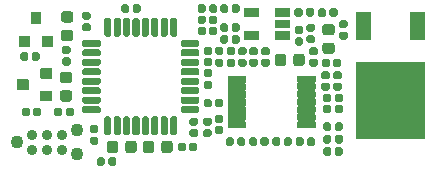
<source format=gts>
G04 #@! TF.GenerationSoftware,KiCad,Pcbnew,(5.99.0-9294-gd3cf97847e)*
G04 #@! TF.CreationDate,2021-03-08T12:58:25+02:00*
G04 #@! TF.ProjectId,hellen1-wbo,68656c6c-656e-4312-9d77-626f2e6b6963,rev?*
G04 #@! TF.SameCoordinates,Original*
G04 #@! TF.FileFunction,Soldermask,Top*
G04 #@! TF.FilePolarity,Negative*
%FSLAX46Y46*%
G04 Gerber Fmt 4.6, Leading zero omitted, Abs format (unit mm)*
G04 Created by KiCad (PCBNEW (5.99.0-9294-gd3cf97847e)) date 2021-03-08 12:58:25*
%MOMM*%
%LPD*%
G01*
G04 APERTURE LIST*
%ADD10C,1.088600*%
%ADD11C,0.885400*%
G04 APERTURE END LIST*
G04 #@! TO.C,C612*
G36*
G01*
X95147000Y-85879000D02*
X94753000Y-85879000D01*
G75*
G02*
X94581000Y-85707000I0J172000D01*
G01*
X94581000Y-85363000D01*
G75*
G02*
X94753000Y-85191000I172000J0D01*
G01*
X95147000Y-85191000D01*
G75*
G02*
X95319000Y-85363000I0J-172000D01*
G01*
X95319000Y-85707000D01*
G75*
G02*
X95147000Y-85879000I-172000J0D01*
G01*
G37*
G36*
G01*
X95147000Y-84909000D02*
X94753000Y-84909000D01*
G75*
G02*
X94581000Y-84737000I0J172000D01*
G01*
X94581000Y-84393000D01*
G75*
G02*
X94753000Y-84221000I172000J0D01*
G01*
X95147000Y-84221000D01*
G75*
G02*
X95319000Y-84393000I0J-172000D01*
G01*
X95319000Y-84737000D01*
G75*
G02*
X95147000Y-84909000I-172000J0D01*
G01*
G37*
G04 #@! TD*
G04 #@! TO.C,C605*
G36*
G01*
X104016500Y-92068500D02*
X104016500Y-92462500D01*
G75*
G02*
X103844500Y-92634500I-172000J0D01*
G01*
X103500500Y-92634500D01*
G75*
G02*
X103328500Y-92462500I0J172000D01*
G01*
X103328500Y-92068500D01*
G75*
G02*
X103500500Y-91896500I172000J0D01*
G01*
X103844500Y-91896500D01*
G75*
G02*
X104016500Y-92068500I0J-172000D01*
G01*
G37*
G36*
G01*
X103046500Y-92068500D02*
X103046500Y-92462500D01*
G75*
G02*
X102874500Y-92634500I-172000J0D01*
G01*
X102530500Y-92634500D01*
G75*
G02*
X102358500Y-92462500I0J172000D01*
G01*
X102358500Y-92068500D01*
G75*
G02*
X102530500Y-91896500I172000J0D01*
G01*
X102874500Y-91896500D01*
G75*
G02*
X103046500Y-92068500I0J-172000D01*
G01*
G37*
G04 #@! TD*
G04 #@! TO.C,C607*
G36*
G01*
X104581000Y-85795000D02*
X104581000Y-85401000D01*
G75*
G02*
X104753000Y-85229000I172000J0D01*
G01*
X105097000Y-85229000D01*
G75*
G02*
X105269000Y-85401000I0J-172000D01*
G01*
X105269000Y-85795000D01*
G75*
G02*
X105097000Y-85967000I-172000J0D01*
G01*
X104753000Y-85967000D01*
G75*
G02*
X104581000Y-85795000I0J172000D01*
G01*
G37*
G36*
G01*
X105551000Y-85795000D02*
X105551000Y-85401000D01*
G75*
G02*
X105723000Y-85229000I172000J0D01*
G01*
X106067000Y-85229000D01*
G75*
G02*
X106239000Y-85401000I0J-172000D01*
G01*
X106239000Y-85795000D01*
G75*
G02*
X106067000Y-85967000I-172000J0D01*
G01*
X105723000Y-85967000D01*
G75*
G02*
X105551000Y-85795000I0J172000D01*
G01*
G37*
G04 #@! TD*
G04 #@! TO.C,C613*
G36*
G01*
X79175000Y-89956000D02*
X79175000Y-89562000D01*
G75*
G02*
X79347000Y-89390000I172000J0D01*
G01*
X79691000Y-89390000D01*
G75*
G02*
X79863000Y-89562000I0J-172000D01*
G01*
X79863000Y-89956000D01*
G75*
G02*
X79691000Y-90128000I-172000J0D01*
G01*
X79347000Y-90128000D01*
G75*
G02*
X79175000Y-89956000I0J172000D01*
G01*
G37*
G36*
G01*
X80145000Y-89956000D02*
X80145000Y-89562000D01*
G75*
G02*
X80317000Y-89390000I172000J0D01*
G01*
X80661000Y-89390000D01*
G75*
G02*
X80833000Y-89562000I0J-172000D01*
G01*
X80833000Y-89956000D01*
G75*
G02*
X80661000Y-90128000I-172000J0D01*
G01*
X80317000Y-90128000D01*
G75*
G02*
X80145000Y-89956000I0J172000D01*
G01*
G37*
G04 #@! TD*
G04 #@! TO.C,C616*
G36*
G01*
X82644250Y-86326000D02*
X83205750Y-86326000D01*
G75*
G02*
X83449000Y-86569250I0J-243250D01*
G01*
X83449000Y-87055750D01*
G75*
G02*
X83205750Y-87299000I-243250J0D01*
G01*
X82644250Y-87299000D01*
G75*
G02*
X82401000Y-87055750I0J243250D01*
G01*
X82401000Y-86569250D01*
G75*
G02*
X82644250Y-86326000I243250J0D01*
G01*
G37*
G36*
G01*
X82644250Y-87901000D02*
X83205750Y-87901000D01*
G75*
G02*
X83449000Y-88144250I0J-243250D01*
G01*
X83449000Y-88630750D01*
G75*
G02*
X83205750Y-88874000I-243250J0D01*
G01*
X82644250Y-88874000D01*
G75*
G02*
X82401000Y-88630750I0J243250D01*
G01*
X82401000Y-88144250D01*
G75*
G02*
X82644250Y-87901000I243250J0D01*
G01*
G37*
G04 #@! TD*
G04 #@! TO.C,R609*
G36*
G01*
X100580000Y-85624750D02*
X100580000Y-85063250D01*
G75*
G02*
X100823250Y-84820000I243250J0D01*
G01*
X101309750Y-84820000D01*
G75*
G02*
X101553000Y-85063250I0J-243250D01*
G01*
X101553000Y-85624750D01*
G75*
G02*
X101309750Y-85868000I-243250J0D01*
G01*
X100823250Y-85868000D01*
G75*
G02*
X100580000Y-85624750I0J243250D01*
G01*
G37*
G36*
G01*
X102155000Y-85624750D02*
X102155000Y-85063250D01*
G75*
G02*
X102398250Y-84820000I243250J0D01*
G01*
X102884750Y-84820000D01*
G75*
G02*
X103128000Y-85063250I0J-243250D01*
G01*
X103128000Y-85624750D01*
G75*
G02*
X102884750Y-85868000I-243250J0D01*
G01*
X102398250Y-85868000D01*
G75*
G02*
X102155000Y-85624750I0J243250D01*
G01*
G37*
G04 #@! TD*
G04 #@! TO.C,R607*
G36*
G01*
X102048000Y-92068500D02*
X102048000Y-92462500D01*
G75*
G02*
X101876000Y-92634500I-172000J0D01*
G01*
X101532000Y-92634500D01*
G75*
G02*
X101360000Y-92462500I0J172000D01*
G01*
X101360000Y-92068500D01*
G75*
G02*
X101532000Y-91896500I172000J0D01*
G01*
X101876000Y-91896500D01*
G75*
G02*
X102048000Y-92068500I0J-172000D01*
G01*
G37*
G36*
G01*
X101078000Y-92068500D02*
X101078000Y-92462500D01*
G75*
G02*
X100906000Y-92634500I-172000J0D01*
G01*
X100562000Y-92634500D01*
G75*
G02*
X100390000Y-92462500I0J172000D01*
G01*
X100390000Y-92068500D01*
G75*
G02*
X100562000Y-91896500I172000J0D01*
G01*
X100906000Y-91896500D01*
G75*
G02*
X101078000Y-92068500I0J-172000D01*
G01*
G37*
G04 #@! TD*
G04 #@! TO.C,R601*
G36*
G01*
X105099000Y-87951000D02*
X104705000Y-87951000D01*
G75*
G02*
X104533000Y-87779000I0J172000D01*
G01*
X104533000Y-87435000D01*
G75*
G02*
X104705000Y-87263000I172000J0D01*
G01*
X105099000Y-87263000D01*
G75*
G02*
X105271000Y-87435000I0J-172000D01*
G01*
X105271000Y-87779000D01*
G75*
G02*
X105099000Y-87951000I-172000J0D01*
G01*
G37*
G36*
G01*
X105099000Y-86981000D02*
X104705000Y-86981000D01*
G75*
G02*
X104533000Y-86809000I0J172000D01*
G01*
X104533000Y-86465000D01*
G75*
G02*
X104705000Y-86293000I172000J0D01*
G01*
X105099000Y-86293000D01*
G75*
G02*
X105271000Y-86465000I0J-172000D01*
G01*
X105271000Y-86809000D01*
G75*
G02*
X105099000Y-86981000I-172000J0D01*
G01*
G37*
G04 #@! TD*
G04 #@! TO.C,R614*
G36*
G01*
X103453000Y-82271000D02*
X103847000Y-82271000D01*
G75*
G02*
X104019000Y-82443000I0J-172000D01*
G01*
X104019000Y-82787000D01*
G75*
G02*
X103847000Y-82959000I-172000J0D01*
G01*
X103453000Y-82959000D01*
G75*
G02*
X103281000Y-82787000I0J172000D01*
G01*
X103281000Y-82443000D01*
G75*
G02*
X103453000Y-82271000I172000J0D01*
G01*
G37*
G36*
G01*
X103453000Y-83241000D02*
X103847000Y-83241000D01*
G75*
G02*
X104019000Y-83413000I0J-172000D01*
G01*
X104019000Y-83757000D01*
G75*
G02*
X103847000Y-83929000I-172000J0D01*
G01*
X103453000Y-83929000D01*
G75*
G02*
X103281000Y-83757000I0J172000D01*
G01*
X103281000Y-83413000D01*
G75*
G02*
X103453000Y-83241000I172000J0D01*
G01*
G37*
G04 #@! TD*
G04 #@! TO.C,R615*
G36*
G01*
X102271000Y-81497000D02*
X102271000Y-81103000D01*
G75*
G02*
X102443000Y-80931000I172000J0D01*
G01*
X102787000Y-80931000D01*
G75*
G02*
X102959000Y-81103000I0J-172000D01*
G01*
X102959000Y-81497000D01*
G75*
G02*
X102787000Y-81669000I-172000J0D01*
G01*
X102443000Y-81669000D01*
G75*
G02*
X102271000Y-81497000I0J172000D01*
G01*
G37*
G36*
G01*
X103241000Y-81497000D02*
X103241000Y-81103000D01*
G75*
G02*
X103413000Y-80931000I172000J0D01*
G01*
X103757000Y-80931000D01*
G75*
G02*
X103929000Y-81103000I0J-172000D01*
G01*
X103929000Y-81497000D01*
G75*
G02*
X103757000Y-81669000I-172000J0D01*
G01*
X103413000Y-81669000D01*
G75*
G02*
X103241000Y-81497000I0J172000D01*
G01*
G37*
G04 #@! TD*
G04 #@! TO.C,R621*
G36*
G01*
X95971000Y-81197000D02*
X95971000Y-80803000D01*
G75*
G02*
X96143000Y-80631000I172000J0D01*
G01*
X96487000Y-80631000D01*
G75*
G02*
X96659000Y-80803000I0J-172000D01*
G01*
X96659000Y-81197000D01*
G75*
G02*
X96487000Y-81369000I-172000J0D01*
G01*
X96143000Y-81369000D01*
G75*
G02*
X95971000Y-81197000I0J172000D01*
G01*
G37*
G36*
G01*
X96941000Y-81197000D02*
X96941000Y-80803000D01*
G75*
G02*
X97113000Y-80631000I172000J0D01*
G01*
X97457000Y-80631000D01*
G75*
G02*
X97629000Y-80803000I0J-172000D01*
G01*
X97629000Y-81197000D01*
G75*
G02*
X97457000Y-81369000I-172000J0D01*
G01*
X97113000Y-81369000D01*
G75*
G02*
X96941000Y-81197000I0J172000D01*
G01*
G37*
G04 #@! TD*
G04 #@! TO.C,R619*
G36*
G01*
X100079500Y-92068500D02*
X100079500Y-92462500D01*
G75*
G02*
X99907500Y-92634500I-172000J0D01*
G01*
X99563500Y-92634500D01*
G75*
G02*
X99391500Y-92462500I0J172000D01*
G01*
X99391500Y-92068500D01*
G75*
G02*
X99563500Y-91896500I172000J0D01*
G01*
X99907500Y-91896500D01*
G75*
G02*
X100079500Y-92068500I0J-172000D01*
G01*
G37*
G36*
G01*
X99109500Y-92068500D02*
X99109500Y-92462500D01*
G75*
G02*
X98937500Y-92634500I-172000J0D01*
G01*
X98593500Y-92634500D01*
G75*
G02*
X98421500Y-92462500I0J172000D01*
G01*
X98421500Y-92068500D01*
G75*
G02*
X98593500Y-91896500I172000J0D01*
G01*
X98937500Y-91896500D01*
G75*
G02*
X99109500Y-92068500I0J-172000D01*
G01*
G37*
G04 #@! TD*
G04 #@! TO.C,R620*
G36*
G01*
X98111000Y-92068500D02*
X98111000Y-92462500D01*
G75*
G02*
X97939000Y-92634500I-172000J0D01*
G01*
X97595000Y-92634500D01*
G75*
G02*
X97423000Y-92462500I0J172000D01*
G01*
X97423000Y-92068500D01*
G75*
G02*
X97595000Y-91896500I172000J0D01*
G01*
X97939000Y-91896500D01*
G75*
G02*
X98111000Y-92068500I0J-172000D01*
G01*
G37*
G36*
G01*
X97141000Y-92068500D02*
X97141000Y-92462500D01*
G75*
G02*
X96969000Y-92634500I-172000J0D01*
G01*
X96625000Y-92634500D01*
G75*
G02*
X96453000Y-92462500I0J172000D01*
G01*
X96453000Y-92068500D01*
G75*
G02*
X96625000Y-91896500I172000J0D01*
G01*
X96969000Y-91896500D01*
G75*
G02*
X97141000Y-92068500I0J-172000D01*
G01*
G37*
G04 #@! TD*
G04 #@! TO.C,R606*
G36*
G01*
X104083000Y-85919000D02*
X103689000Y-85919000D01*
G75*
G02*
X103517000Y-85747000I0J172000D01*
G01*
X103517000Y-85403000D01*
G75*
G02*
X103689000Y-85231000I172000J0D01*
G01*
X104083000Y-85231000D01*
G75*
G02*
X104255000Y-85403000I0J-172000D01*
G01*
X104255000Y-85747000D01*
G75*
G02*
X104083000Y-85919000I-172000J0D01*
G01*
G37*
G36*
G01*
X104083000Y-84949000D02*
X103689000Y-84949000D01*
G75*
G02*
X103517000Y-84777000I0J172000D01*
G01*
X103517000Y-84433000D01*
G75*
G02*
X103689000Y-84261000I172000J0D01*
G01*
X104083000Y-84261000D01*
G75*
G02*
X104255000Y-84433000I0J-172000D01*
G01*
X104255000Y-84777000D01*
G75*
G02*
X104083000Y-84949000I-172000J0D01*
G01*
G37*
G04 #@! TD*
G04 #@! TO.C,U604*
G36*
G01*
X81757000Y-87997600D02*
X81757000Y-88797600D01*
G75*
G02*
X81708000Y-88846600I-49000J0D01*
G01*
X80808000Y-88846600D01*
G75*
G02*
X80759000Y-88797600I0J49000D01*
G01*
X80759000Y-87997600D01*
G75*
G02*
X80808000Y-87948600I49000J0D01*
G01*
X81708000Y-87948600D01*
G75*
G02*
X81757000Y-87997600I0J-49000D01*
G01*
G37*
G36*
G01*
X81757000Y-86097600D02*
X81757000Y-86897600D01*
G75*
G02*
X81708000Y-86946600I-49000J0D01*
G01*
X80808000Y-86946600D01*
G75*
G02*
X80759000Y-86897600I0J49000D01*
G01*
X80759000Y-86097600D01*
G75*
G02*
X80808000Y-86048600I49000J0D01*
G01*
X81708000Y-86048600D01*
G75*
G02*
X81757000Y-86097600I0J-49000D01*
G01*
G37*
G36*
G01*
X79757000Y-87047600D02*
X79757000Y-87847600D01*
G75*
G02*
X79708000Y-87896600I-49000J0D01*
G01*
X78808000Y-87896600D01*
G75*
G02*
X78759000Y-87847600I0J49000D01*
G01*
X78759000Y-87047600D01*
G75*
G02*
X78808000Y-86998600I49000J0D01*
G01*
X79708000Y-86998600D01*
G75*
G02*
X79757000Y-87047600I0J-49000D01*
G01*
G37*
G04 #@! TD*
G04 #@! TO.C,U600*
G36*
G01*
X96606000Y-87175000D02*
X96606000Y-86725000D01*
G75*
G02*
X96655000Y-86676000I49000J0D01*
G01*
X98105000Y-86676000D01*
G75*
G02*
X98154000Y-86725000I0J-49000D01*
G01*
X98154000Y-87175000D01*
G75*
G02*
X98105000Y-87224000I-49000J0D01*
G01*
X96655000Y-87224000D01*
G75*
G02*
X96606000Y-87175000I0J49000D01*
G01*
G37*
G36*
G01*
X96606000Y-87825000D02*
X96606000Y-87375000D01*
G75*
G02*
X96655000Y-87326000I49000J0D01*
G01*
X98105000Y-87326000D01*
G75*
G02*
X98154000Y-87375000I0J-49000D01*
G01*
X98154000Y-87825000D01*
G75*
G02*
X98105000Y-87874000I-49000J0D01*
G01*
X96655000Y-87874000D01*
G75*
G02*
X96606000Y-87825000I0J49000D01*
G01*
G37*
G36*
G01*
X96606000Y-88475000D02*
X96606000Y-88025000D01*
G75*
G02*
X96655000Y-87976000I49000J0D01*
G01*
X98105000Y-87976000D01*
G75*
G02*
X98154000Y-88025000I0J-49000D01*
G01*
X98154000Y-88475000D01*
G75*
G02*
X98105000Y-88524000I-49000J0D01*
G01*
X96655000Y-88524000D01*
G75*
G02*
X96606000Y-88475000I0J49000D01*
G01*
G37*
G36*
G01*
X96606000Y-89125000D02*
X96606000Y-88675000D01*
G75*
G02*
X96655000Y-88626000I49000J0D01*
G01*
X98105000Y-88626000D01*
G75*
G02*
X98154000Y-88675000I0J-49000D01*
G01*
X98154000Y-89125000D01*
G75*
G02*
X98105000Y-89174000I-49000J0D01*
G01*
X96655000Y-89174000D01*
G75*
G02*
X96606000Y-89125000I0J49000D01*
G01*
G37*
G36*
G01*
X96606000Y-89775000D02*
X96606000Y-89325000D01*
G75*
G02*
X96655000Y-89276000I49000J0D01*
G01*
X98105000Y-89276000D01*
G75*
G02*
X98154000Y-89325000I0J-49000D01*
G01*
X98154000Y-89775000D01*
G75*
G02*
X98105000Y-89824000I-49000J0D01*
G01*
X96655000Y-89824000D01*
G75*
G02*
X96606000Y-89775000I0J49000D01*
G01*
G37*
G36*
G01*
X96606000Y-90425000D02*
X96606000Y-89975000D01*
G75*
G02*
X96655000Y-89926000I49000J0D01*
G01*
X98105000Y-89926000D01*
G75*
G02*
X98154000Y-89975000I0J-49000D01*
G01*
X98154000Y-90425000D01*
G75*
G02*
X98105000Y-90474000I-49000J0D01*
G01*
X96655000Y-90474000D01*
G75*
G02*
X96606000Y-90425000I0J49000D01*
G01*
G37*
G36*
G01*
X96606000Y-91075000D02*
X96606000Y-90625000D01*
G75*
G02*
X96655000Y-90576000I49000J0D01*
G01*
X98105000Y-90576000D01*
G75*
G02*
X98154000Y-90625000I0J-49000D01*
G01*
X98154000Y-91075000D01*
G75*
G02*
X98105000Y-91124000I-49000J0D01*
G01*
X96655000Y-91124000D01*
G75*
G02*
X96606000Y-91075000I0J49000D01*
G01*
G37*
G36*
G01*
X102506000Y-91075000D02*
X102506000Y-90625000D01*
G75*
G02*
X102555000Y-90576000I49000J0D01*
G01*
X104005000Y-90576000D01*
G75*
G02*
X104054000Y-90625000I0J-49000D01*
G01*
X104054000Y-91075000D01*
G75*
G02*
X104005000Y-91124000I-49000J0D01*
G01*
X102555000Y-91124000D01*
G75*
G02*
X102506000Y-91075000I0J49000D01*
G01*
G37*
G36*
G01*
X102506000Y-90425000D02*
X102506000Y-89975000D01*
G75*
G02*
X102555000Y-89926000I49000J0D01*
G01*
X104005000Y-89926000D01*
G75*
G02*
X104054000Y-89975000I0J-49000D01*
G01*
X104054000Y-90425000D01*
G75*
G02*
X104005000Y-90474000I-49000J0D01*
G01*
X102555000Y-90474000D01*
G75*
G02*
X102506000Y-90425000I0J49000D01*
G01*
G37*
G36*
G01*
X102506000Y-89775000D02*
X102506000Y-89325000D01*
G75*
G02*
X102555000Y-89276000I49000J0D01*
G01*
X104005000Y-89276000D01*
G75*
G02*
X104054000Y-89325000I0J-49000D01*
G01*
X104054000Y-89775000D01*
G75*
G02*
X104005000Y-89824000I-49000J0D01*
G01*
X102555000Y-89824000D01*
G75*
G02*
X102506000Y-89775000I0J49000D01*
G01*
G37*
G36*
G01*
X102506000Y-89125000D02*
X102506000Y-88675000D01*
G75*
G02*
X102555000Y-88626000I49000J0D01*
G01*
X104005000Y-88626000D01*
G75*
G02*
X104054000Y-88675000I0J-49000D01*
G01*
X104054000Y-89125000D01*
G75*
G02*
X104005000Y-89174000I-49000J0D01*
G01*
X102555000Y-89174000D01*
G75*
G02*
X102506000Y-89125000I0J49000D01*
G01*
G37*
G36*
G01*
X102506000Y-88475000D02*
X102506000Y-88025000D01*
G75*
G02*
X102555000Y-87976000I49000J0D01*
G01*
X104005000Y-87976000D01*
G75*
G02*
X104054000Y-88025000I0J-49000D01*
G01*
X104054000Y-88475000D01*
G75*
G02*
X104005000Y-88524000I-49000J0D01*
G01*
X102555000Y-88524000D01*
G75*
G02*
X102506000Y-88475000I0J49000D01*
G01*
G37*
G36*
G01*
X102506000Y-87825000D02*
X102506000Y-87375000D01*
G75*
G02*
X102555000Y-87326000I49000J0D01*
G01*
X104005000Y-87326000D01*
G75*
G02*
X104054000Y-87375000I0J-49000D01*
G01*
X104054000Y-87825000D01*
G75*
G02*
X104005000Y-87874000I-49000J0D01*
G01*
X102555000Y-87874000D01*
G75*
G02*
X102506000Y-87825000I0J49000D01*
G01*
G37*
G36*
G01*
X102506000Y-87175000D02*
X102506000Y-86725000D01*
G75*
G02*
X102555000Y-86676000I49000J0D01*
G01*
X104005000Y-86676000D01*
G75*
G02*
X104054000Y-86725000I0J-49000D01*
G01*
X104054000Y-87175000D01*
G75*
G02*
X104005000Y-87224000I-49000J0D01*
G01*
X102555000Y-87224000D01*
G75*
G02*
X102506000Y-87175000I0J49000D01*
G01*
G37*
G04 #@! TD*
G04 #@! TO.C,C600*
G36*
G01*
X106115000Y-87951000D02*
X105721000Y-87951000D01*
G75*
G02*
X105549000Y-87779000I0J172000D01*
G01*
X105549000Y-87435000D01*
G75*
G02*
X105721000Y-87263000I172000J0D01*
G01*
X106115000Y-87263000D01*
G75*
G02*
X106287000Y-87435000I0J-172000D01*
G01*
X106287000Y-87779000D01*
G75*
G02*
X106115000Y-87951000I-172000J0D01*
G01*
G37*
G36*
G01*
X106115000Y-86981000D02*
X105721000Y-86981000D01*
G75*
G02*
X105549000Y-86809000I0J172000D01*
G01*
X105549000Y-86465000D01*
G75*
G02*
X105721000Y-86293000I172000J0D01*
G01*
X106115000Y-86293000D01*
G75*
G02*
X106287000Y-86465000I0J-172000D01*
G01*
X106287000Y-86809000D01*
G75*
G02*
X106115000Y-86981000I-172000J0D01*
G01*
G37*
G04 #@! TD*
G04 #@! TO.C,C608*
G36*
G01*
X94071000Y-82147000D02*
X94071000Y-81753000D01*
G75*
G02*
X94243000Y-81581000I172000J0D01*
G01*
X94587000Y-81581000D01*
G75*
G02*
X94759000Y-81753000I0J-172000D01*
G01*
X94759000Y-82147000D01*
G75*
G02*
X94587000Y-82319000I-172000J0D01*
G01*
X94243000Y-82319000D01*
G75*
G02*
X94071000Y-82147000I0J172000D01*
G01*
G37*
G36*
G01*
X95041000Y-82147000D02*
X95041000Y-81753000D01*
G75*
G02*
X95213000Y-81581000I172000J0D01*
G01*
X95557000Y-81581000D01*
G75*
G02*
X95729000Y-81753000I0J-172000D01*
G01*
X95729000Y-82147000D01*
G75*
G02*
X95557000Y-82319000I-172000J0D01*
G01*
X95213000Y-82319000D01*
G75*
G02*
X95041000Y-82147000I0J172000D01*
G01*
G37*
G04 #@! TD*
G04 #@! TO.C,R624*
G36*
G01*
X95729000Y-80803000D02*
X95729000Y-81197000D01*
G75*
G02*
X95557000Y-81369000I-172000J0D01*
G01*
X95213000Y-81369000D01*
G75*
G02*
X95041000Y-81197000I0J172000D01*
G01*
X95041000Y-80803000D01*
G75*
G02*
X95213000Y-80631000I172000J0D01*
G01*
X95557000Y-80631000D01*
G75*
G02*
X95729000Y-80803000I0J-172000D01*
G01*
G37*
G36*
G01*
X94759000Y-80803000D02*
X94759000Y-81197000D01*
G75*
G02*
X94587000Y-81369000I-172000J0D01*
G01*
X94243000Y-81369000D01*
G75*
G02*
X94071000Y-81197000I0J172000D01*
G01*
X94071000Y-80803000D01*
G75*
G02*
X94243000Y-80631000I172000J0D01*
G01*
X94587000Y-80631000D01*
G75*
G02*
X94759000Y-80803000I0J-172000D01*
G01*
G37*
G04 #@! TD*
G04 #@! TO.C,C611*
G36*
G01*
X94753000Y-86121000D02*
X95147000Y-86121000D01*
G75*
G02*
X95319000Y-86293000I0J-172000D01*
G01*
X95319000Y-86637000D01*
G75*
G02*
X95147000Y-86809000I-172000J0D01*
G01*
X94753000Y-86809000D01*
G75*
G02*
X94581000Y-86637000I0J172000D01*
G01*
X94581000Y-86293000D01*
G75*
G02*
X94753000Y-86121000I172000J0D01*
G01*
G37*
G36*
G01*
X94753000Y-87091000D02*
X95147000Y-87091000D01*
G75*
G02*
X95319000Y-87263000I0J-172000D01*
G01*
X95319000Y-87607000D01*
G75*
G02*
X95147000Y-87779000I-172000J0D01*
G01*
X94753000Y-87779000D01*
G75*
G02*
X94581000Y-87607000I0J172000D01*
G01*
X94581000Y-87263000D01*
G75*
G02*
X94753000Y-87091000I172000J0D01*
G01*
G37*
G04 #@! TD*
G04 #@! TO.C,R622*
G36*
G01*
X106597000Y-83629000D02*
X106203000Y-83629000D01*
G75*
G02*
X106031000Y-83457000I0J172000D01*
G01*
X106031000Y-83113000D01*
G75*
G02*
X106203000Y-82941000I172000J0D01*
G01*
X106597000Y-82941000D01*
G75*
G02*
X106769000Y-83113000I0J-172000D01*
G01*
X106769000Y-83457000D01*
G75*
G02*
X106597000Y-83629000I-172000J0D01*
G01*
G37*
G36*
G01*
X106597000Y-82659000D02*
X106203000Y-82659000D01*
G75*
G02*
X106031000Y-82487000I0J172000D01*
G01*
X106031000Y-82143000D01*
G75*
G02*
X106203000Y-81971000I172000J0D01*
G01*
X106597000Y-81971000D01*
G75*
G02*
X106769000Y-82143000I0J-172000D01*
G01*
X106769000Y-82487000D01*
G75*
G02*
X106597000Y-82659000I-172000J0D01*
G01*
G37*
G04 #@! TD*
G04 #@! TO.C,R617*
G36*
G01*
X87586000Y-81197000D02*
X87586000Y-80803000D01*
G75*
G02*
X87758000Y-80631000I172000J0D01*
G01*
X88102000Y-80631000D01*
G75*
G02*
X88274000Y-80803000I0J-172000D01*
G01*
X88274000Y-81197000D01*
G75*
G02*
X88102000Y-81369000I-172000J0D01*
G01*
X87758000Y-81369000D01*
G75*
G02*
X87586000Y-81197000I0J172000D01*
G01*
G37*
G36*
G01*
X88556000Y-81197000D02*
X88556000Y-80803000D01*
G75*
G02*
X88728000Y-80631000I172000J0D01*
G01*
X89072000Y-80631000D01*
G75*
G02*
X89244000Y-80803000I0J-172000D01*
G01*
X89244000Y-81197000D01*
G75*
G02*
X89072000Y-81369000I-172000J0D01*
G01*
X88728000Y-81369000D01*
G75*
G02*
X88556000Y-81197000I0J172000D01*
G01*
G37*
G04 #@! TD*
G04 #@! TO.C,C614*
G36*
G01*
X93553000Y-90221000D02*
X93947000Y-90221000D01*
G75*
G02*
X94119000Y-90393000I0J-172000D01*
G01*
X94119000Y-90737000D01*
G75*
G02*
X93947000Y-90909000I-172000J0D01*
G01*
X93553000Y-90909000D01*
G75*
G02*
X93381000Y-90737000I0J172000D01*
G01*
X93381000Y-90393000D01*
G75*
G02*
X93553000Y-90221000I172000J0D01*
G01*
G37*
G36*
G01*
X93553000Y-91191000D02*
X93947000Y-91191000D01*
G75*
G02*
X94119000Y-91363000I0J-172000D01*
G01*
X94119000Y-91707000D01*
G75*
G02*
X93947000Y-91879000I-172000J0D01*
G01*
X93553000Y-91879000D01*
G75*
G02*
X93381000Y-91707000I0J172000D01*
G01*
X93381000Y-91363000D01*
G75*
G02*
X93553000Y-91191000I172000J0D01*
G01*
G37*
G04 #@! TD*
G04 #@! TO.C,C615*
G36*
G01*
X84847000Y-82929000D02*
X84453000Y-82929000D01*
G75*
G02*
X84281000Y-82757000I0J172000D01*
G01*
X84281000Y-82413000D01*
G75*
G02*
X84453000Y-82241000I172000J0D01*
G01*
X84847000Y-82241000D01*
G75*
G02*
X85019000Y-82413000I0J-172000D01*
G01*
X85019000Y-82757000D01*
G75*
G02*
X84847000Y-82929000I-172000J0D01*
G01*
G37*
G36*
G01*
X84847000Y-81959000D02*
X84453000Y-81959000D01*
G75*
G02*
X84281000Y-81787000I0J172000D01*
G01*
X84281000Y-81443000D01*
G75*
G02*
X84453000Y-81271000I172000J0D01*
G01*
X84847000Y-81271000D01*
G75*
G02*
X85019000Y-81443000I0J-172000D01*
G01*
X85019000Y-81787000D01*
G75*
G02*
X84847000Y-81959000I-172000J0D01*
G01*
G37*
G04 #@! TD*
G04 #@! TO.C,Q600*
G36*
G01*
X112080000Y-81326000D02*
X113280000Y-81326000D01*
G75*
G02*
X113329000Y-81375000I0J-49000D01*
G01*
X113329000Y-83575000D01*
G75*
G02*
X113280000Y-83624000I-49000J0D01*
G01*
X112080000Y-83624000D01*
G75*
G02*
X112031000Y-83575000I0J49000D01*
G01*
X112031000Y-81375000D01*
G75*
G02*
X112080000Y-81326000I49000J0D01*
G01*
G37*
G36*
G01*
X107500000Y-85526000D02*
X113300000Y-85526000D01*
G75*
G02*
X113349000Y-85575000I0J-49000D01*
G01*
X113349000Y-91975000D01*
G75*
G02*
X113300000Y-92024000I-49000J0D01*
G01*
X107500000Y-92024000D01*
G75*
G02*
X107451000Y-91975000I0J49000D01*
G01*
X107451000Y-85575000D01*
G75*
G02*
X107500000Y-85526000I49000J0D01*
G01*
G37*
G36*
G01*
X107520000Y-81326000D02*
X108720000Y-81326000D01*
G75*
G02*
X108769000Y-81375000I0J-49000D01*
G01*
X108769000Y-83575000D01*
G75*
G02*
X108720000Y-83624000I-49000J0D01*
G01*
X107520000Y-83624000D01*
G75*
G02*
X107471000Y-83575000I0J49000D01*
G01*
X107471000Y-81375000D01*
G75*
G02*
X107520000Y-81326000I49000J0D01*
G01*
G37*
G04 #@! TD*
G04 #@! TO.C,R612*
G36*
G01*
X104706000Y-93297000D02*
X104706000Y-92903000D01*
G75*
G02*
X104878000Y-92731000I172000J0D01*
G01*
X105222000Y-92731000D01*
G75*
G02*
X105394000Y-92903000I0J-172000D01*
G01*
X105394000Y-93297000D01*
G75*
G02*
X105222000Y-93469000I-172000J0D01*
G01*
X104878000Y-93469000D01*
G75*
G02*
X104706000Y-93297000I0J172000D01*
G01*
G37*
G36*
G01*
X105676000Y-93297000D02*
X105676000Y-92903000D01*
G75*
G02*
X105848000Y-92731000I172000J0D01*
G01*
X106192000Y-92731000D01*
G75*
G02*
X106364000Y-92903000I0J-172000D01*
G01*
X106364000Y-93297000D01*
G75*
G02*
X106192000Y-93469000I-172000J0D01*
G01*
X105848000Y-93469000D01*
G75*
G02*
X105676000Y-93297000I0J172000D01*
G01*
G37*
G04 #@! TD*
G04 #@! TO.C,R618*
G36*
G01*
X95097000Y-91879000D02*
X94703000Y-91879000D01*
G75*
G02*
X94531000Y-91707000I0J172000D01*
G01*
X94531000Y-91363000D01*
G75*
G02*
X94703000Y-91191000I172000J0D01*
G01*
X95097000Y-91191000D01*
G75*
G02*
X95269000Y-91363000I0J-172000D01*
G01*
X95269000Y-91707000D01*
G75*
G02*
X95097000Y-91879000I-172000J0D01*
G01*
G37*
G36*
G01*
X95097000Y-90909000D02*
X94703000Y-90909000D01*
G75*
G02*
X94531000Y-90737000I0J172000D01*
G01*
X94531000Y-90393000D01*
G75*
G02*
X94703000Y-90221000I172000J0D01*
G01*
X95097000Y-90221000D01*
G75*
G02*
X95269000Y-90393000I0J-172000D01*
G01*
X95269000Y-90737000D01*
G75*
G02*
X95097000Y-90909000I-172000J0D01*
G01*
G37*
G04 #@! TD*
G04 #@! TO.C,R616*
G36*
G01*
X104256000Y-81547000D02*
X104256000Y-81153000D01*
G75*
G02*
X104428000Y-80981000I172000J0D01*
G01*
X104772000Y-80981000D01*
G75*
G02*
X104944000Y-81153000I0J-172000D01*
G01*
X104944000Y-81547000D01*
G75*
G02*
X104772000Y-81719000I-172000J0D01*
G01*
X104428000Y-81719000D01*
G75*
G02*
X104256000Y-81547000I0J172000D01*
G01*
G37*
G36*
G01*
X105226000Y-81547000D02*
X105226000Y-81153000D01*
G75*
G02*
X105398000Y-80981000I172000J0D01*
G01*
X105742000Y-80981000D01*
G75*
G02*
X105914000Y-81153000I0J-172000D01*
G01*
X105914000Y-81547000D01*
G75*
G02*
X105742000Y-81719000I-172000J0D01*
G01*
X105398000Y-81719000D01*
G75*
G02*
X105226000Y-81547000I0J172000D01*
G01*
G37*
G04 #@! TD*
G04 #@! TO.C,R623*
G36*
G01*
X95688000Y-89976000D02*
X96082000Y-89976000D01*
G75*
G02*
X96254000Y-90148000I0J-172000D01*
G01*
X96254000Y-90492000D01*
G75*
G02*
X96082000Y-90664000I-172000J0D01*
G01*
X95688000Y-90664000D01*
G75*
G02*
X95516000Y-90492000I0J172000D01*
G01*
X95516000Y-90148000D01*
G75*
G02*
X95688000Y-89976000I172000J0D01*
G01*
G37*
G36*
G01*
X95688000Y-90946000D02*
X96082000Y-90946000D01*
G75*
G02*
X96254000Y-91118000I0J-172000D01*
G01*
X96254000Y-91462000D01*
G75*
G02*
X96082000Y-91634000I-172000J0D01*
G01*
X95688000Y-91634000D01*
G75*
G02*
X95516000Y-91462000I0J172000D01*
G01*
X95516000Y-91118000D01*
G75*
G02*
X95688000Y-90946000I172000J0D01*
G01*
G37*
G04 #@! TD*
G04 #@! TO.C,R625*
G36*
G01*
X81921000Y-89947000D02*
X81921000Y-89553000D01*
G75*
G02*
X82093000Y-89381000I172000J0D01*
G01*
X82437000Y-89381000D01*
G75*
G02*
X82609000Y-89553000I0J-172000D01*
G01*
X82609000Y-89947000D01*
G75*
G02*
X82437000Y-90119000I-172000J0D01*
G01*
X82093000Y-90119000D01*
G75*
G02*
X81921000Y-89947000I0J172000D01*
G01*
G37*
G36*
G01*
X82891000Y-89947000D02*
X82891000Y-89553000D01*
G75*
G02*
X83063000Y-89381000I172000J0D01*
G01*
X83407000Y-89381000D01*
G75*
G02*
X83579000Y-89553000I0J-172000D01*
G01*
X83579000Y-89947000D01*
G75*
G02*
X83407000Y-90119000I-172000J0D01*
G01*
X83063000Y-90119000D01*
G75*
G02*
X82891000Y-89947000I0J172000D01*
G01*
G37*
G04 #@! TD*
G04 #@! TO.C,D601*
G36*
G01*
X91952000Y-92429250D02*
X91952000Y-92990750D01*
G75*
G02*
X91708750Y-93234000I-243250J0D01*
G01*
X91222250Y-93234000D01*
G75*
G02*
X90979000Y-92990750I0J243250D01*
G01*
X90979000Y-92429250D01*
G75*
G02*
X91222250Y-92186000I243250J0D01*
G01*
X91708750Y-92186000D01*
G75*
G02*
X91952000Y-92429250I0J-243250D01*
G01*
G37*
G36*
G01*
X90377000Y-92429250D02*
X90377000Y-92990750D01*
G75*
G02*
X90133750Y-93234000I-243250J0D01*
G01*
X89647250Y-93234000D01*
G75*
G02*
X89404000Y-92990750I0J243250D01*
G01*
X89404000Y-92429250D01*
G75*
G02*
X89647250Y-92186000I243250J0D01*
G01*
X90133750Y-92186000D01*
G75*
G02*
X90377000Y-92429250I0J-243250D01*
G01*
G37*
G04 #@! TD*
G04 #@! TO.C,R626*
G36*
G01*
X94047000Y-92513000D02*
X94047000Y-92907000D01*
G75*
G02*
X93875000Y-93079000I-172000J0D01*
G01*
X93531000Y-93079000D01*
G75*
G02*
X93359000Y-92907000I0J172000D01*
G01*
X93359000Y-92513000D01*
G75*
G02*
X93531000Y-92341000I172000J0D01*
G01*
X93875000Y-92341000D01*
G75*
G02*
X94047000Y-92513000I0J-172000D01*
G01*
G37*
G36*
G01*
X93077000Y-92513000D02*
X93077000Y-92907000D01*
G75*
G02*
X92905000Y-93079000I-172000J0D01*
G01*
X92561000Y-93079000D01*
G75*
G02*
X92389000Y-92907000I0J172000D01*
G01*
X92389000Y-92513000D01*
G75*
G02*
X92561000Y-92341000I172000J0D01*
G01*
X92905000Y-92341000D01*
G75*
G02*
X93077000Y-92513000I0J-172000D01*
G01*
G37*
G04 #@! TD*
G04 #@! TO.C,R604*
G36*
G01*
X97222000Y-85401000D02*
X97222000Y-85795000D01*
G75*
G02*
X97050000Y-85967000I-172000J0D01*
G01*
X96706000Y-85967000D01*
G75*
G02*
X96534000Y-85795000I0J172000D01*
G01*
X96534000Y-85401000D01*
G75*
G02*
X96706000Y-85229000I172000J0D01*
G01*
X97050000Y-85229000D01*
G75*
G02*
X97222000Y-85401000I0J-172000D01*
G01*
G37*
G36*
G01*
X96252000Y-85401000D02*
X96252000Y-85795000D01*
G75*
G02*
X96080000Y-85967000I-172000J0D01*
G01*
X95736000Y-85967000D01*
G75*
G02*
X95564000Y-85795000I0J172000D01*
G01*
X95564000Y-85401000D01*
G75*
G02*
X95736000Y-85229000I172000J0D01*
G01*
X96080000Y-85229000D01*
G75*
G02*
X96252000Y-85401000I0J-172000D01*
G01*
G37*
G04 #@! TD*
G04 #@! TO.C,R605*
G36*
G01*
X98609000Y-84261000D02*
X99003000Y-84261000D01*
G75*
G02*
X99175000Y-84433000I0J-172000D01*
G01*
X99175000Y-84777000D01*
G75*
G02*
X99003000Y-84949000I-172000J0D01*
G01*
X98609000Y-84949000D01*
G75*
G02*
X98437000Y-84777000I0J172000D01*
G01*
X98437000Y-84433000D01*
G75*
G02*
X98609000Y-84261000I172000J0D01*
G01*
G37*
G36*
G01*
X98609000Y-85231000D02*
X99003000Y-85231000D01*
G75*
G02*
X99175000Y-85403000I0J-172000D01*
G01*
X99175000Y-85747000D01*
G75*
G02*
X99003000Y-85919000I-172000J0D01*
G01*
X98609000Y-85919000D01*
G75*
G02*
X98437000Y-85747000I0J172000D01*
G01*
X98437000Y-85403000D01*
G75*
G02*
X98609000Y-85231000I172000J0D01*
G01*
G37*
G04 #@! TD*
G04 #@! TO.C,R608*
G36*
G01*
X97653000Y-84261000D02*
X98047000Y-84261000D01*
G75*
G02*
X98219000Y-84433000I0J-172000D01*
G01*
X98219000Y-84777000D01*
G75*
G02*
X98047000Y-84949000I-172000J0D01*
G01*
X97653000Y-84949000D01*
G75*
G02*
X97481000Y-84777000I0J172000D01*
G01*
X97481000Y-84433000D01*
G75*
G02*
X97653000Y-84261000I172000J0D01*
G01*
G37*
G36*
G01*
X97653000Y-85231000D02*
X98047000Y-85231000D01*
G75*
G02*
X98219000Y-85403000I0J-172000D01*
G01*
X98219000Y-85747000D01*
G75*
G02*
X98047000Y-85919000I-172000J0D01*
G01*
X97653000Y-85919000D01*
G75*
G02*
X97481000Y-85747000I0J172000D01*
G01*
X97481000Y-85403000D01*
G75*
G02*
X97653000Y-85231000I172000J0D01*
G01*
G37*
G04 #@! TD*
G04 #@! TO.C,C603*
G36*
G01*
X97222000Y-84385000D02*
X97222000Y-84779000D01*
G75*
G02*
X97050000Y-84951000I-172000J0D01*
G01*
X96706000Y-84951000D01*
G75*
G02*
X96534000Y-84779000I0J172000D01*
G01*
X96534000Y-84385000D01*
G75*
G02*
X96706000Y-84213000I172000J0D01*
G01*
X97050000Y-84213000D01*
G75*
G02*
X97222000Y-84385000I0J-172000D01*
G01*
G37*
G36*
G01*
X96252000Y-84385000D02*
X96252000Y-84779000D01*
G75*
G02*
X96080000Y-84951000I-172000J0D01*
G01*
X95736000Y-84951000D01*
G75*
G02*
X95564000Y-84779000I0J172000D01*
G01*
X95564000Y-84385000D01*
G75*
G02*
X95736000Y-84213000I172000J0D01*
G01*
X96080000Y-84213000D01*
G75*
G02*
X96252000Y-84385000I0J-172000D01*
G01*
G37*
G04 #@! TD*
G04 #@! TO.C,U601*
G36*
G01*
X101919000Y-82925000D02*
X101919000Y-83575000D01*
G75*
G02*
X101870000Y-83624000I-49000J0D01*
G01*
X100650000Y-83624000D01*
G75*
G02*
X100601000Y-83575000I0J49000D01*
G01*
X100601000Y-82925000D01*
G75*
G02*
X100650000Y-82876000I49000J0D01*
G01*
X101870000Y-82876000D01*
G75*
G02*
X101919000Y-82925000I0J-49000D01*
G01*
G37*
G36*
G01*
X101919000Y-81975000D02*
X101919000Y-82625000D01*
G75*
G02*
X101870000Y-82674000I-49000J0D01*
G01*
X100650000Y-82674000D01*
G75*
G02*
X100601000Y-82625000I0J49000D01*
G01*
X100601000Y-81975000D01*
G75*
G02*
X100650000Y-81926000I49000J0D01*
G01*
X101870000Y-81926000D01*
G75*
G02*
X101919000Y-81975000I0J-49000D01*
G01*
G37*
G36*
G01*
X101919000Y-81025000D02*
X101919000Y-81675000D01*
G75*
G02*
X101870000Y-81724000I-49000J0D01*
G01*
X100650000Y-81724000D01*
G75*
G02*
X100601000Y-81675000I0J49000D01*
G01*
X100601000Y-81025000D01*
G75*
G02*
X100650000Y-80976000I49000J0D01*
G01*
X101870000Y-80976000D01*
G75*
G02*
X101919000Y-81025000I0J-49000D01*
G01*
G37*
G36*
G01*
X99299000Y-81025000D02*
X99299000Y-81675000D01*
G75*
G02*
X99250000Y-81724000I-49000J0D01*
G01*
X98030000Y-81724000D01*
G75*
G02*
X97981000Y-81675000I0J49000D01*
G01*
X97981000Y-81025000D01*
G75*
G02*
X98030000Y-80976000I49000J0D01*
G01*
X99250000Y-80976000D01*
G75*
G02*
X99299000Y-81025000I0J-49000D01*
G01*
G37*
G36*
G01*
X99299000Y-82925000D02*
X99299000Y-83575000D01*
G75*
G02*
X99250000Y-83624000I-49000J0D01*
G01*
X98030000Y-83624000D01*
G75*
G02*
X97981000Y-83575000I0J49000D01*
G01*
X97981000Y-82925000D01*
G75*
G02*
X98030000Y-82876000I49000J0D01*
G01*
X99250000Y-82876000D01*
G75*
G02*
X99299000Y-82925000I0J-49000D01*
G01*
G37*
G04 #@! TD*
G04 #@! TO.C,R603*
G36*
G01*
X99625000Y-84261000D02*
X100019000Y-84261000D01*
G75*
G02*
X100191000Y-84433000I0J-172000D01*
G01*
X100191000Y-84777000D01*
G75*
G02*
X100019000Y-84949000I-172000J0D01*
G01*
X99625000Y-84949000D01*
G75*
G02*
X99453000Y-84777000I0J172000D01*
G01*
X99453000Y-84433000D01*
G75*
G02*
X99625000Y-84261000I172000J0D01*
G01*
G37*
G36*
G01*
X99625000Y-85231000D02*
X100019000Y-85231000D01*
G75*
G02*
X100191000Y-85403000I0J-172000D01*
G01*
X100191000Y-85747000D01*
G75*
G02*
X100019000Y-85919000I-172000J0D01*
G01*
X99625000Y-85919000D01*
G75*
G02*
X99453000Y-85747000I0J172000D01*
G01*
X99453000Y-85403000D01*
G75*
G02*
X99625000Y-85231000I172000J0D01*
G01*
G37*
G04 #@! TD*
G04 #@! TO.C,R613*
G36*
G01*
X102453000Y-82471000D02*
X102847000Y-82471000D01*
G75*
G02*
X103019000Y-82643000I0J-172000D01*
G01*
X103019000Y-82987000D01*
G75*
G02*
X102847000Y-83159000I-172000J0D01*
G01*
X102453000Y-83159000D01*
G75*
G02*
X102281000Y-82987000I0J172000D01*
G01*
X102281000Y-82643000D01*
G75*
G02*
X102453000Y-82471000I172000J0D01*
G01*
G37*
G36*
G01*
X102453000Y-83441000D02*
X102847000Y-83441000D01*
G75*
G02*
X103019000Y-83613000I0J-172000D01*
G01*
X103019000Y-83957000D01*
G75*
G02*
X102847000Y-84129000I-172000J0D01*
G01*
X102453000Y-84129000D01*
G75*
G02*
X102281000Y-83957000I0J172000D01*
G01*
X102281000Y-83613000D01*
G75*
G02*
X102453000Y-83441000I172000J0D01*
G01*
G37*
G04 #@! TD*
G04 #@! TO.C,C601*
G36*
G01*
X105848000Y-88198000D02*
X106242000Y-88198000D01*
G75*
G02*
X106414000Y-88370000I0J-172000D01*
G01*
X106414000Y-88714000D01*
G75*
G02*
X106242000Y-88886000I-172000J0D01*
G01*
X105848000Y-88886000D01*
G75*
G02*
X105676000Y-88714000I0J172000D01*
G01*
X105676000Y-88370000D01*
G75*
G02*
X105848000Y-88198000I172000J0D01*
G01*
G37*
G36*
G01*
X105848000Y-89168000D02*
X106242000Y-89168000D01*
G75*
G02*
X106414000Y-89340000I0J-172000D01*
G01*
X106414000Y-89684000D01*
G75*
G02*
X106242000Y-89856000I-172000J0D01*
G01*
X105848000Y-89856000D01*
G75*
G02*
X105676000Y-89684000I0J172000D01*
G01*
X105676000Y-89340000D01*
G75*
G02*
X105848000Y-89168000I172000J0D01*
G01*
G37*
G04 #@! TD*
G04 #@! TO.C,D600*
G36*
G01*
X105436750Y-84840000D02*
X104875250Y-84840000D01*
G75*
G02*
X104632000Y-84596750I0J243250D01*
G01*
X104632000Y-84110250D01*
G75*
G02*
X104875250Y-83867000I243250J0D01*
G01*
X105436750Y-83867000D01*
G75*
G02*
X105680000Y-84110250I0J-243250D01*
G01*
X105680000Y-84596750D01*
G75*
G02*
X105436750Y-84840000I-243250J0D01*
G01*
G37*
G36*
G01*
X105436750Y-83265000D02*
X104875250Y-83265000D01*
G75*
G02*
X104632000Y-83021750I0J243250D01*
G01*
X104632000Y-82535250D01*
G75*
G02*
X104875250Y-82292000I243250J0D01*
G01*
X105436750Y-82292000D01*
G75*
G02*
X105680000Y-82535250I0J-243250D01*
G01*
X105680000Y-83021750D01*
G75*
G02*
X105436750Y-83265000I-243250J0D01*
G01*
G37*
G04 #@! TD*
G04 #@! TO.C,R610*
G36*
G01*
X104706000Y-91197000D02*
X104706000Y-90803000D01*
G75*
G02*
X104878000Y-90631000I172000J0D01*
G01*
X105222000Y-90631000D01*
G75*
G02*
X105394000Y-90803000I0J-172000D01*
G01*
X105394000Y-91197000D01*
G75*
G02*
X105222000Y-91369000I-172000J0D01*
G01*
X104878000Y-91369000D01*
G75*
G02*
X104706000Y-91197000I0J172000D01*
G01*
G37*
G36*
G01*
X105676000Y-91197000D02*
X105676000Y-90803000D01*
G75*
G02*
X105848000Y-90631000I172000J0D01*
G01*
X106192000Y-90631000D01*
G75*
G02*
X106364000Y-90803000I0J-172000D01*
G01*
X106364000Y-91197000D01*
G75*
G02*
X106192000Y-91369000I-172000J0D01*
G01*
X105848000Y-91369000D01*
G75*
G02*
X105676000Y-91197000I0J172000D01*
G01*
G37*
G04 #@! TD*
G04 #@! TO.C,R611*
G36*
G01*
X106364000Y-91853000D02*
X106364000Y-92247000D01*
G75*
G02*
X106192000Y-92419000I-172000J0D01*
G01*
X105848000Y-92419000D01*
G75*
G02*
X105676000Y-92247000I0J172000D01*
G01*
X105676000Y-91853000D01*
G75*
G02*
X105848000Y-91681000I172000J0D01*
G01*
X106192000Y-91681000D01*
G75*
G02*
X106364000Y-91853000I0J-172000D01*
G01*
G37*
G36*
G01*
X105394000Y-91853000D02*
X105394000Y-92247000D01*
G75*
G02*
X105222000Y-92419000I-172000J0D01*
G01*
X104878000Y-92419000D01*
G75*
G02*
X104706000Y-92247000I0J172000D01*
G01*
X104706000Y-91853000D01*
G75*
G02*
X104878000Y-91681000I172000J0D01*
G01*
X105222000Y-91681000D01*
G75*
G02*
X105394000Y-91853000I0J-172000D01*
G01*
G37*
G04 #@! TD*
G04 #@! TO.C,D602*
G36*
G01*
X86356000Y-92990750D02*
X86356000Y-92429250D01*
G75*
G02*
X86599250Y-92186000I243250J0D01*
G01*
X87085750Y-92186000D01*
G75*
G02*
X87329000Y-92429250I0J-243250D01*
G01*
X87329000Y-92990750D01*
G75*
G02*
X87085750Y-93234000I-243250J0D01*
G01*
X86599250Y-93234000D01*
G75*
G02*
X86356000Y-92990750I0J243250D01*
G01*
G37*
G36*
G01*
X87931000Y-92990750D02*
X87931000Y-92429250D01*
G75*
G02*
X88174250Y-92186000I243250J0D01*
G01*
X88660750Y-92186000D01*
G75*
G02*
X88904000Y-92429250I0J-243250D01*
G01*
X88904000Y-92990750D01*
G75*
G02*
X88660750Y-93234000I-243250J0D01*
G01*
X88174250Y-93234000D01*
G75*
G02*
X87931000Y-92990750I0J243250D01*
G01*
G37*
G04 #@! TD*
G04 #@! TO.C,R627*
G36*
G01*
X85536000Y-94147000D02*
X85536000Y-93753000D01*
G75*
G02*
X85708000Y-93581000I172000J0D01*
G01*
X86052000Y-93581000D01*
G75*
G02*
X86224000Y-93753000I0J-172000D01*
G01*
X86224000Y-94147000D01*
G75*
G02*
X86052000Y-94319000I-172000J0D01*
G01*
X85708000Y-94319000D01*
G75*
G02*
X85536000Y-94147000I0J172000D01*
G01*
G37*
G36*
G01*
X86506000Y-94147000D02*
X86506000Y-93753000D01*
G75*
G02*
X86678000Y-93581000I172000J0D01*
G01*
X87022000Y-93581000D01*
G75*
G02*
X87194000Y-93753000I0J-172000D01*
G01*
X87194000Y-94147000D01*
G75*
G02*
X87022000Y-94319000I-172000J0D01*
G01*
X86678000Y-94319000D01*
G75*
G02*
X86506000Y-94147000I0J172000D01*
G01*
G37*
G04 #@! TD*
G04 #@! TO.C,C602*
G36*
G01*
X97629000Y-83403000D02*
X97629000Y-83797000D01*
G75*
G02*
X97457000Y-83969000I-172000J0D01*
G01*
X97113000Y-83969000D01*
G75*
G02*
X96941000Y-83797000I0J172000D01*
G01*
X96941000Y-83403000D01*
G75*
G02*
X97113000Y-83231000I172000J0D01*
G01*
X97457000Y-83231000D01*
G75*
G02*
X97629000Y-83403000I0J-172000D01*
G01*
G37*
G36*
G01*
X96659000Y-83403000D02*
X96659000Y-83797000D01*
G75*
G02*
X96487000Y-83969000I-172000J0D01*
G01*
X96143000Y-83969000D01*
G75*
G02*
X95971000Y-83797000I0J172000D01*
G01*
X95971000Y-83403000D01*
G75*
G02*
X96143000Y-83231000I172000J0D01*
G01*
X96487000Y-83231000D01*
G75*
G02*
X96659000Y-83403000I0J-172000D01*
G01*
G37*
G04 #@! TD*
G04 #@! TO.C,U602*
G36*
G01*
X94224000Y-89400500D02*
X94224000Y-89699500D01*
G75*
G02*
X94074500Y-89849000I-149500J0D01*
G01*
X92775500Y-89849000D01*
G75*
G02*
X92626000Y-89699500I0J149500D01*
G01*
X92626000Y-89400500D01*
G75*
G02*
X92775500Y-89251000I149500J0D01*
G01*
X94074500Y-89251000D01*
G75*
G02*
X94224000Y-89400500I0J-149500D01*
G01*
G37*
G36*
G01*
X94224000Y-88600500D02*
X94224000Y-88899500D01*
G75*
G02*
X94074500Y-89049000I-149500J0D01*
G01*
X92775500Y-89049000D01*
G75*
G02*
X92626000Y-88899500I0J149500D01*
G01*
X92626000Y-88600500D01*
G75*
G02*
X92775500Y-88451000I149500J0D01*
G01*
X94074500Y-88451000D01*
G75*
G02*
X94224000Y-88600500I0J-149500D01*
G01*
G37*
G36*
G01*
X94224000Y-87800500D02*
X94224000Y-88099500D01*
G75*
G02*
X94074500Y-88249000I-149500J0D01*
G01*
X92775500Y-88249000D01*
G75*
G02*
X92626000Y-88099500I0J149500D01*
G01*
X92626000Y-87800500D01*
G75*
G02*
X92775500Y-87651000I149500J0D01*
G01*
X94074500Y-87651000D01*
G75*
G02*
X94224000Y-87800500I0J-149500D01*
G01*
G37*
G36*
G01*
X94224000Y-87000500D02*
X94224000Y-87299500D01*
G75*
G02*
X94074500Y-87449000I-149500J0D01*
G01*
X92775500Y-87449000D01*
G75*
G02*
X92626000Y-87299500I0J149500D01*
G01*
X92626000Y-87000500D01*
G75*
G02*
X92775500Y-86851000I149500J0D01*
G01*
X94074500Y-86851000D01*
G75*
G02*
X94224000Y-87000500I0J-149500D01*
G01*
G37*
G36*
G01*
X94224000Y-86200500D02*
X94224000Y-86499500D01*
G75*
G02*
X94074500Y-86649000I-149500J0D01*
G01*
X92775500Y-86649000D01*
G75*
G02*
X92626000Y-86499500I0J149500D01*
G01*
X92626000Y-86200500D01*
G75*
G02*
X92775500Y-86051000I149500J0D01*
G01*
X94074500Y-86051000D01*
G75*
G02*
X94224000Y-86200500I0J-149500D01*
G01*
G37*
G36*
G01*
X94224000Y-85400500D02*
X94224000Y-85699500D01*
G75*
G02*
X94074500Y-85849000I-149500J0D01*
G01*
X92775500Y-85849000D01*
G75*
G02*
X92626000Y-85699500I0J149500D01*
G01*
X92626000Y-85400500D01*
G75*
G02*
X92775500Y-85251000I149500J0D01*
G01*
X94074500Y-85251000D01*
G75*
G02*
X94224000Y-85400500I0J-149500D01*
G01*
G37*
G36*
G01*
X94224000Y-84600500D02*
X94224000Y-84899500D01*
G75*
G02*
X94074500Y-85049000I-149500J0D01*
G01*
X92775500Y-85049000D01*
G75*
G02*
X92626000Y-84899500I0J149500D01*
G01*
X92626000Y-84600500D01*
G75*
G02*
X92775500Y-84451000I149500J0D01*
G01*
X94074500Y-84451000D01*
G75*
G02*
X94224000Y-84600500I0J-149500D01*
G01*
G37*
G36*
G01*
X94224000Y-83800500D02*
X94224000Y-84099500D01*
G75*
G02*
X94074500Y-84249000I-149500J0D01*
G01*
X92775500Y-84249000D01*
G75*
G02*
X92626000Y-84099500I0J149500D01*
G01*
X92626000Y-83800500D01*
G75*
G02*
X92775500Y-83651000I149500J0D01*
G01*
X94074500Y-83651000D01*
G75*
G02*
X94224000Y-83800500I0J-149500D01*
G01*
G37*
G36*
G01*
X92349000Y-81925500D02*
X92349000Y-83224500D01*
G75*
G02*
X92199500Y-83374000I-149500J0D01*
G01*
X91900500Y-83374000D01*
G75*
G02*
X91751000Y-83224500I0J149500D01*
G01*
X91751000Y-81925500D01*
G75*
G02*
X91900500Y-81776000I149500J0D01*
G01*
X92199500Y-81776000D01*
G75*
G02*
X92349000Y-81925500I0J-149500D01*
G01*
G37*
G36*
G01*
X91549000Y-81925500D02*
X91549000Y-83224500D01*
G75*
G02*
X91399500Y-83374000I-149500J0D01*
G01*
X91100500Y-83374000D01*
G75*
G02*
X90951000Y-83224500I0J149500D01*
G01*
X90951000Y-81925500D01*
G75*
G02*
X91100500Y-81776000I149500J0D01*
G01*
X91399500Y-81776000D01*
G75*
G02*
X91549000Y-81925500I0J-149500D01*
G01*
G37*
G36*
G01*
X90749000Y-81925500D02*
X90749000Y-83224500D01*
G75*
G02*
X90599500Y-83374000I-149500J0D01*
G01*
X90300500Y-83374000D01*
G75*
G02*
X90151000Y-83224500I0J149500D01*
G01*
X90151000Y-81925500D01*
G75*
G02*
X90300500Y-81776000I149500J0D01*
G01*
X90599500Y-81776000D01*
G75*
G02*
X90749000Y-81925500I0J-149500D01*
G01*
G37*
G36*
G01*
X89949000Y-81925500D02*
X89949000Y-83224500D01*
G75*
G02*
X89799500Y-83374000I-149500J0D01*
G01*
X89500500Y-83374000D01*
G75*
G02*
X89351000Y-83224500I0J149500D01*
G01*
X89351000Y-81925500D01*
G75*
G02*
X89500500Y-81776000I149500J0D01*
G01*
X89799500Y-81776000D01*
G75*
G02*
X89949000Y-81925500I0J-149500D01*
G01*
G37*
G36*
G01*
X89149000Y-81925500D02*
X89149000Y-83224500D01*
G75*
G02*
X88999500Y-83374000I-149500J0D01*
G01*
X88700500Y-83374000D01*
G75*
G02*
X88551000Y-83224500I0J149500D01*
G01*
X88551000Y-81925500D01*
G75*
G02*
X88700500Y-81776000I149500J0D01*
G01*
X88999500Y-81776000D01*
G75*
G02*
X89149000Y-81925500I0J-149500D01*
G01*
G37*
G36*
G01*
X88349000Y-81925500D02*
X88349000Y-83224500D01*
G75*
G02*
X88199500Y-83374000I-149500J0D01*
G01*
X87900500Y-83374000D01*
G75*
G02*
X87751000Y-83224500I0J149500D01*
G01*
X87751000Y-81925500D01*
G75*
G02*
X87900500Y-81776000I149500J0D01*
G01*
X88199500Y-81776000D01*
G75*
G02*
X88349000Y-81925500I0J-149500D01*
G01*
G37*
G36*
G01*
X87549000Y-81925500D02*
X87549000Y-83224500D01*
G75*
G02*
X87399500Y-83374000I-149500J0D01*
G01*
X87100500Y-83374000D01*
G75*
G02*
X86951000Y-83224500I0J149500D01*
G01*
X86951000Y-81925500D01*
G75*
G02*
X87100500Y-81776000I149500J0D01*
G01*
X87399500Y-81776000D01*
G75*
G02*
X87549000Y-81925500I0J-149500D01*
G01*
G37*
G36*
G01*
X86749000Y-81925500D02*
X86749000Y-83224500D01*
G75*
G02*
X86599500Y-83374000I-149500J0D01*
G01*
X86300500Y-83374000D01*
G75*
G02*
X86151000Y-83224500I0J149500D01*
G01*
X86151000Y-81925500D01*
G75*
G02*
X86300500Y-81776000I149500J0D01*
G01*
X86599500Y-81776000D01*
G75*
G02*
X86749000Y-81925500I0J-149500D01*
G01*
G37*
G36*
G01*
X85874000Y-83800500D02*
X85874000Y-84099500D01*
G75*
G02*
X85724500Y-84249000I-149500J0D01*
G01*
X84425500Y-84249000D01*
G75*
G02*
X84276000Y-84099500I0J149500D01*
G01*
X84276000Y-83800500D01*
G75*
G02*
X84425500Y-83651000I149500J0D01*
G01*
X85724500Y-83651000D01*
G75*
G02*
X85874000Y-83800500I0J-149500D01*
G01*
G37*
G36*
G01*
X85874000Y-84600500D02*
X85874000Y-84899500D01*
G75*
G02*
X85724500Y-85049000I-149500J0D01*
G01*
X84425500Y-85049000D01*
G75*
G02*
X84276000Y-84899500I0J149500D01*
G01*
X84276000Y-84600500D01*
G75*
G02*
X84425500Y-84451000I149500J0D01*
G01*
X85724500Y-84451000D01*
G75*
G02*
X85874000Y-84600500I0J-149500D01*
G01*
G37*
G36*
G01*
X85874000Y-85400500D02*
X85874000Y-85699500D01*
G75*
G02*
X85724500Y-85849000I-149500J0D01*
G01*
X84425500Y-85849000D01*
G75*
G02*
X84276000Y-85699500I0J149500D01*
G01*
X84276000Y-85400500D01*
G75*
G02*
X84425500Y-85251000I149500J0D01*
G01*
X85724500Y-85251000D01*
G75*
G02*
X85874000Y-85400500I0J-149500D01*
G01*
G37*
G36*
G01*
X85874000Y-86200500D02*
X85874000Y-86499500D01*
G75*
G02*
X85724500Y-86649000I-149500J0D01*
G01*
X84425500Y-86649000D01*
G75*
G02*
X84276000Y-86499500I0J149500D01*
G01*
X84276000Y-86200500D01*
G75*
G02*
X84425500Y-86051000I149500J0D01*
G01*
X85724500Y-86051000D01*
G75*
G02*
X85874000Y-86200500I0J-149500D01*
G01*
G37*
G36*
G01*
X85874000Y-87000500D02*
X85874000Y-87299500D01*
G75*
G02*
X85724500Y-87449000I-149500J0D01*
G01*
X84425500Y-87449000D01*
G75*
G02*
X84276000Y-87299500I0J149500D01*
G01*
X84276000Y-87000500D01*
G75*
G02*
X84425500Y-86851000I149500J0D01*
G01*
X85724500Y-86851000D01*
G75*
G02*
X85874000Y-87000500I0J-149500D01*
G01*
G37*
G36*
G01*
X85874000Y-87800500D02*
X85874000Y-88099500D01*
G75*
G02*
X85724500Y-88249000I-149500J0D01*
G01*
X84425500Y-88249000D01*
G75*
G02*
X84276000Y-88099500I0J149500D01*
G01*
X84276000Y-87800500D01*
G75*
G02*
X84425500Y-87651000I149500J0D01*
G01*
X85724500Y-87651000D01*
G75*
G02*
X85874000Y-87800500I0J-149500D01*
G01*
G37*
G36*
G01*
X85874000Y-88600500D02*
X85874000Y-88899500D01*
G75*
G02*
X85724500Y-89049000I-149500J0D01*
G01*
X84425500Y-89049000D01*
G75*
G02*
X84276000Y-88899500I0J149500D01*
G01*
X84276000Y-88600500D01*
G75*
G02*
X84425500Y-88451000I149500J0D01*
G01*
X85724500Y-88451000D01*
G75*
G02*
X85874000Y-88600500I0J-149500D01*
G01*
G37*
G36*
G01*
X85874000Y-89400500D02*
X85874000Y-89699500D01*
G75*
G02*
X85724500Y-89849000I-149500J0D01*
G01*
X84425500Y-89849000D01*
G75*
G02*
X84276000Y-89699500I0J149500D01*
G01*
X84276000Y-89400500D01*
G75*
G02*
X84425500Y-89251000I149500J0D01*
G01*
X85724500Y-89251000D01*
G75*
G02*
X85874000Y-89400500I0J-149500D01*
G01*
G37*
G36*
G01*
X86749000Y-90275500D02*
X86749000Y-91574500D01*
G75*
G02*
X86599500Y-91724000I-149500J0D01*
G01*
X86300500Y-91724000D01*
G75*
G02*
X86151000Y-91574500I0J149500D01*
G01*
X86151000Y-90275500D01*
G75*
G02*
X86300500Y-90126000I149500J0D01*
G01*
X86599500Y-90126000D01*
G75*
G02*
X86749000Y-90275500I0J-149500D01*
G01*
G37*
G36*
G01*
X87549000Y-90275500D02*
X87549000Y-91574500D01*
G75*
G02*
X87399500Y-91724000I-149500J0D01*
G01*
X87100500Y-91724000D01*
G75*
G02*
X86951000Y-91574500I0J149500D01*
G01*
X86951000Y-90275500D01*
G75*
G02*
X87100500Y-90126000I149500J0D01*
G01*
X87399500Y-90126000D01*
G75*
G02*
X87549000Y-90275500I0J-149500D01*
G01*
G37*
G36*
G01*
X88349000Y-90275500D02*
X88349000Y-91574500D01*
G75*
G02*
X88199500Y-91724000I-149500J0D01*
G01*
X87900500Y-91724000D01*
G75*
G02*
X87751000Y-91574500I0J149500D01*
G01*
X87751000Y-90275500D01*
G75*
G02*
X87900500Y-90126000I149500J0D01*
G01*
X88199500Y-90126000D01*
G75*
G02*
X88349000Y-90275500I0J-149500D01*
G01*
G37*
G36*
G01*
X89149000Y-90275500D02*
X89149000Y-91574500D01*
G75*
G02*
X88999500Y-91724000I-149500J0D01*
G01*
X88700500Y-91724000D01*
G75*
G02*
X88551000Y-91574500I0J149500D01*
G01*
X88551000Y-90275500D01*
G75*
G02*
X88700500Y-90126000I149500J0D01*
G01*
X88999500Y-90126000D01*
G75*
G02*
X89149000Y-90275500I0J-149500D01*
G01*
G37*
G36*
G01*
X89949000Y-90275500D02*
X89949000Y-91574500D01*
G75*
G02*
X89799500Y-91724000I-149500J0D01*
G01*
X89500500Y-91724000D01*
G75*
G02*
X89351000Y-91574500I0J149500D01*
G01*
X89351000Y-90275500D01*
G75*
G02*
X89500500Y-90126000I149500J0D01*
G01*
X89799500Y-90126000D01*
G75*
G02*
X89949000Y-90275500I0J-149500D01*
G01*
G37*
G36*
G01*
X90749000Y-90275500D02*
X90749000Y-91574500D01*
G75*
G02*
X90599500Y-91724000I-149500J0D01*
G01*
X90300500Y-91724000D01*
G75*
G02*
X90151000Y-91574500I0J149500D01*
G01*
X90151000Y-90275500D01*
G75*
G02*
X90300500Y-90126000I149500J0D01*
G01*
X90599500Y-90126000D01*
G75*
G02*
X90749000Y-90275500I0J-149500D01*
G01*
G37*
G36*
G01*
X91549000Y-90275500D02*
X91549000Y-91574500D01*
G75*
G02*
X91399500Y-91724000I-149500J0D01*
G01*
X91100500Y-91724000D01*
G75*
G02*
X90951000Y-91574500I0J149500D01*
G01*
X90951000Y-90275500D01*
G75*
G02*
X91100500Y-90126000I149500J0D01*
G01*
X91399500Y-90126000D01*
G75*
G02*
X91549000Y-90275500I0J-149500D01*
G01*
G37*
G36*
G01*
X92349000Y-90275500D02*
X92349000Y-91574500D01*
G75*
G02*
X92199500Y-91724000I-149500J0D01*
G01*
X91900500Y-91724000D01*
G75*
G02*
X91751000Y-91574500I0J149500D01*
G01*
X91751000Y-90275500D01*
G75*
G02*
X91900500Y-90126000I149500J0D01*
G01*
X92199500Y-90126000D01*
G75*
G02*
X92349000Y-90275500I0J-149500D01*
G01*
G37*
G04 #@! TD*
G04 #@! TO.C,R602*
G36*
G01*
X94071000Y-83097000D02*
X94071000Y-82703000D01*
G75*
G02*
X94243000Y-82531000I172000J0D01*
G01*
X94587000Y-82531000D01*
G75*
G02*
X94759000Y-82703000I0J-172000D01*
G01*
X94759000Y-83097000D01*
G75*
G02*
X94587000Y-83269000I-172000J0D01*
G01*
X94243000Y-83269000D01*
G75*
G02*
X94071000Y-83097000I0J172000D01*
G01*
G37*
G36*
G01*
X95041000Y-83097000D02*
X95041000Y-82703000D01*
G75*
G02*
X95213000Y-82531000I172000J0D01*
G01*
X95557000Y-82531000D01*
G75*
G02*
X95729000Y-82703000I0J-172000D01*
G01*
X95729000Y-83097000D01*
G75*
G02*
X95557000Y-83269000I-172000J0D01*
G01*
X95213000Y-83269000D01*
G75*
G02*
X95041000Y-83097000I0J172000D01*
G01*
G37*
G04 #@! TD*
G04 #@! TO.C,C604*
G36*
G01*
X97629000Y-82403000D02*
X97629000Y-82797000D01*
G75*
G02*
X97457000Y-82969000I-172000J0D01*
G01*
X97113000Y-82969000D01*
G75*
G02*
X96941000Y-82797000I0J172000D01*
G01*
X96941000Y-82403000D01*
G75*
G02*
X97113000Y-82231000I172000J0D01*
G01*
X97457000Y-82231000D01*
G75*
G02*
X97629000Y-82403000I0J-172000D01*
G01*
G37*
G36*
G01*
X96659000Y-82403000D02*
X96659000Y-82797000D01*
G75*
G02*
X96487000Y-82969000I-172000J0D01*
G01*
X96143000Y-82969000D01*
G75*
G02*
X95971000Y-82797000I0J172000D01*
G01*
X95971000Y-82403000D01*
G75*
G02*
X96143000Y-82231000I172000J0D01*
G01*
X96487000Y-82231000D01*
G75*
G02*
X96659000Y-82403000I0J-172000D01*
G01*
G37*
G04 #@! TD*
G04 #@! TO.C,C606*
G36*
G01*
X96229000Y-88803000D02*
X96229000Y-89197000D01*
G75*
G02*
X96057000Y-89369000I-172000J0D01*
G01*
X95713000Y-89369000D01*
G75*
G02*
X95541000Y-89197000I0J172000D01*
G01*
X95541000Y-88803000D01*
G75*
G02*
X95713000Y-88631000I172000J0D01*
G01*
X96057000Y-88631000D01*
G75*
G02*
X96229000Y-88803000I0J-172000D01*
G01*
G37*
G36*
G01*
X95259000Y-88803000D02*
X95259000Y-89197000D01*
G75*
G02*
X95087000Y-89369000I-172000J0D01*
G01*
X94743000Y-89369000D01*
G75*
G02*
X94571000Y-89197000I0J172000D01*
G01*
X94571000Y-88803000D01*
G75*
G02*
X94743000Y-88631000I172000J0D01*
G01*
X95087000Y-88631000D01*
G75*
G02*
X95259000Y-88803000I0J-172000D01*
G01*
G37*
G04 #@! TD*
G04 #@! TO.C,R628*
G36*
G01*
X82745550Y-84161050D02*
X83139550Y-84161050D01*
G75*
G02*
X83311550Y-84333050I0J-172000D01*
G01*
X83311550Y-84677050D01*
G75*
G02*
X83139550Y-84849050I-172000J0D01*
G01*
X82745550Y-84849050D01*
G75*
G02*
X82573550Y-84677050I0J172000D01*
G01*
X82573550Y-84333050D01*
G75*
G02*
X82745550Y-84161050I172000J0D01*
G01*
G37*
G36*
G01*
X82745550Y-85131050D02*
X83139550Y-85131050D01*
G75*
G02*
X83311550Y-85303050I0J-172000D01*
G01*
X83311550Y-85647050D01*
G75*
G02*
X83139550Y-85819050I-172000J0D01*
G01*
X82745550Y-85819050D01*
G75*
G02*
X82573550Y-85647050I0J172000D01*
G01*
X82573550Y-85303050D01*
G75*
G02*
X82745550Y-85131050I172000J0D01*
G01*
G37*
G04 #@! TD*
G04 #@! TO.C,C609*
G36*
G01*
X85103000Y-90856000D02*
X85497000Y-90856000D01*
G75*
G02*
X85669000Y-91028000I0J-172000D01*
G01*
X85669000Y-91372000D01*
G75*
G02*
X85497000Y-91544000I-172000J0D01*
G01*
X85103000Y-91544000D01*
G75*
G02*
X84931000Y-91372000I0J172000D01*
G01*
X84931000Y-91028000D01*
G75*
G02*
X85103000Y-90856000I172000J0D01*
G01*
G37*
G36*
G01*
X85103000Y-91826000D02*
X85497000Y-91826000D01*
G75*
G02*
X85669000Y-91998000I0J-172000D01*
G01*
X85669000Y-92342000D01*
G75*
G02*
X85497000Y-92514000I-172000J0D01*
G01*
X85103000Y-92514000D01*
G75*
G02*
X84931000Y-92342000I0J172000D01*
G01*
X84931000Y-91998000D01*
G75*
G02*
X85103000Y-91826000I172000J0D01*
G01*
G37*
G04 #@! TD*
G04 #@! TO.C,C610*
G36*
G01*
X79048000Y-85257000D02*
X79048000Y-84863000D01*
G75*
G02*
X79220000Y-84691000I172000J0D01*
G01*
X79564000Y-84691000D01*
G75*
G02*
X79736000Y-84863000I0J-172000D01*
G01*
X79736000Y-85257000D01*
G75*
G02*
X79564000Y-85429000I-172000J0D01*
G01*
X79220000Y-85429000D01*
G75*
G02*
X79048000Y-85257000I0J172000D01*
G01*
G37*
G36*
G01*
X80018000Y-85257000D02*
X80018000Y-84863000D01*
G75*
G02*
X80190000Y-84691000I172000J0D01*
G01*
X80534000Y-84691000D01*
G75*
G02*
X80706000Y-84863000I0J-172000D01*
G01*
X80706000Y-85257000D01*
G75*
G02*
X80534000Y-85429000I-172000J0D01*
G01*
X80190000Y-85429000D01*
G75*
G02*
X80018000Y-85257000I0J172000D01*
G01*
G37*
G04 #@! TD*
G04 #@! TO.C,U603*
G36*
G01*
X79835000Y-84273000D02*
X79035000Y-84273000D01*
G75*
G02*
X78986000Y-84224000I0J49000D01*
G01*
X78986000Y-83324000D01*
G75*
G02*
X79035000Y-83275000I49000J0D01*
G01*
X79835000Y-83275000D01*
G75*
G02*
X79884000Y-83324000I0J-49000D01*
G01*
X79884000Y-84224000D01*
G75*
G02*
X79835000Y-84273000I-49000J0D01*
G01*
G37*
G36*
G01*
X81735000Y-84273000D02*
X80935000Y-84273000D01*
G75*
G02*
X80886000Y-84224000I0J49000D01*
G01*
X80886000Y-83324000D01*
G75*
G02*
X80935000Y-83275000I49000J0D01*
G01*
X81735000Y-83275000D01*
G75*
G02*
X81784000Y-83324000I0J-49000D01*
G01*
X81784000Y-84224000D01*
G75*
G02*
X81735000Y-84273000I-49000J0D01*
G01*
G37*
G36*
G01*
X80785000Y-82273000D02*
X79985000Y-82273000D01*
G75*
G02*
X79936000Y-82224000I0J49000D01*
G01*
X79936000Y-81324000D01*
G75*
G02*
X79985000Y-81275000I49000J0D01*
G01*
X80785000Y-81275000D01*
G75*
G02*
X80834000Y-81324000I0J-49000D01*
G01*
X80834000Y-82224000D01*
G75*
G02*
X80785000Y-82273000I-49000J0D01*
G01*
G37*
G04 #@! TD*
G04 #@! TO.C,R600*
G36*
G01*
X105226000Y-89856000D02*
X104832000Y-89856000D01*
G75*
G02*
X104660000Y-89684000I0J172000D01*
G01*
X104660000Y-89340000D01*
G75*
G02*
X104832000Y-89168000I172000J0D01*
G01*
X105226000Y-89168000D01*
G75*
G02*
X105398000Y-89340000I0J-172000D01*
G01*
X105398000Y-89684000D01*
G75*
G02*
X105226000Y-89856000I-172000J0D01*
G01*
G37*
G36*
G01*
X105226000Y-88886000D02*
X104832000Y-88886000D01*
G75*
G02*
X104660000Y-88714000I0J172000D01*
G01*
X104660000Y-88370000D01*
G75*
G02*
X104832000Y-88198000I172000J0D01*
G01*
X105226000Y-88198000D01*
G75*
G02*
X105398000Y-88370000I0J-172000D01*
G01*
X105398000Y-88714000D01*
G75*
G02*
X105226000Y-88886000I-172000J0D01*
G01*
G37*
G04 #@! TD*
G04 #@! TO.C,D603*
G36*
G01*
X82736800Y-81206050D02*
X83298300Y-81206050D01*
G75*
G02*
X83541550Y-81449300I0J-243250D01*
G01*
X83541550Y-81935800D01*
G75*
G02*
X83298300Y-82179050I-243250J0D01*
G01*
X82736800Y-82179050D01*
G75*
G02*
X82493550Y-81935800I0J243250D01*
G01*
X82493550Y-81449300D01*
G75*
G02*
X82736800Y-81206050I243250J0D01*
G01*
G37*
G36*
G01*
X82736800Y-82781050D02*
X83298300Y-82781050D01*
G75*
G02*
X83541550Y-83024300I0J-243250D01*
G01*
X83541550Y-83510800D01*
G75*
G02*
X83298300Y-83754050I-243250J0D01*
G01*
X82736800Y-83754050D01*
G75*
G02*
X82493550Y-83510800I0J243250D01*
G01*
X82493550Y-83024300D01*
G75*
G02*
X82736800Y-82781050I243250J0D01*
G01*
G37*
G04 #@! TD*
D10*
G04 #@! TO.C,J600*
X78760000Y-92300000D03*
X83840000Y-93316000D03*
X83840000Y-91284000D03*
D11*
X80030000Y-92935000D03*
X80030000Y-91665000D03*
X81300000Y-92935000D03*
X81300000Y-91665000D03*
X82570000Y-92935000D03*
X82570000Y-91665000D03*
G04 #@! TD*
G36*
X102525637Y-90460774D02*
G01*
X102537028Y-90468385D01*
X102555199Y-90472000D01*
X104004801Y-90472000D01*
X104022972Y-90468385D01*
X104034363Y-90460774D01*
X104036359Y-90460643D01*
X104037470Y-90462306D01*
X104037137Y-90463548D01*
X104032631Y-90470291D01*
X104016106Y-90528885D01*
X104032608Y-90579675D01*
X104037137Y-90586452D01*
X104037268Y-90588448D01*
X104035605Y-90589559D01*
X104034363Y-90589226D01*
X104022972Y-90581615D01*
X104004801Y-90578000D01*
X102555199Y-90578000D01*
X102537028Y-90581615D01*
X102525637Y-90589226D01*
X102523641Y-90589357D01*
X102522530Y-90587694D01*
X102522863Y-90586452D01*
X102527369Y-90579709D01*
X102543894Y-90521115D01*
X102527392Y-90470325D01*
X102522863Y-90463548D01*
X102522732Y-90461552D01*
X102524395Y-90460441D01*
X102525637Y-90460774D01*
G37*
G36*
X96625637Y-90460774D02*
G01*
X96637028Y-90468385D01*
X96655199Y-90472000D01*
X98104801Y-90472000D01*
X98122972Y-90468385D01*
X98134363Y-90460774D01*
X98136359Y-90460643D01*
X98137470Y-90462306D01*
X98137137Y-90463548D01*
X98132631Y-90470291D01*
X98116106Y-90528885D01*
X98132608Y-90579675D01*
X98137137Y-90586452D01*
X98137268Y-90588448D01*
X98135605Y-90589559D01*
X98134363Y-90589226D01*
X98122972Y-90581615D01*
X98104801Y-90578000D01*
X96655199Y-90578000D01*
X96637028Y-90581615D01*
X96625637Y-90589226D01*
X96623641Y-90589357D01*
X96622530Y-90587694D01*
X96622863Y-90586452D01*
X96627369Y-90579709D01*
X96643894Y-90521115D01*
X96627392Y-90470325D01*
X96622863Y-90463548D01*
X96622732Y-90461552D01*
X96624395Y-90460441D01*
X96625637Y-90460774D01*
G37*
G36*
X102525637Y-89810774D02*
G01*
X102537028Y-89818385D01*
X102555199Y-89822000D01*
X104004801Y-89822000D01*
X104022972Y-89818385D01*
X104034363Y-89810774D01*
X104036359Y-89810643D01*
X104037470Y-89812306D01*
X104037137Y-89813548D01*
X104032631Y-89820291D01*
X104016106Y-89878885D01*
X104032608Y-89929675D01*
X104037137Y-89936452D01*
X104037268Y-89938448D01*
X104035605Y-89939559D01*
X104034363Y-89939226D01*
X104022972Y-89931615D01*
X104004801Y-89928000D01*
X102555199Y-89928000D01*
X102537028Y-89931615D01*
X102525637Y-89939226D01*
X102523641Y-89939357D01*
X102522530Y-89937694D01*
X102522863Y-89936452D01*
X102527369Y-89929709D01*
X102543894Y-89871115D01*
X102527392Y-89820325D01*
X102522863Y-89813548D01*
X102522732Y-89811552D01*
X102524395Y-89810441D01*
X102525637Y-89810774D01*
G37*
G36*
X96625637Y-89810774D02*
G01*
X96637028Y-89818385D01*
X96655199Y-89822000D01*
X98104801Y-89822000D01*
X98122972Y-89818385D01*
X98134363Y-89810774D01*
X98136359Y-89810643D01*
X98137470Y-89812306D01*
X98137137Y-89813548D01*
X98132631Y-89820291D01*
X98116106Y-89878885D01*
X98132608Y-89929675D01*
X98137137Y-89936452D01*
X98137268Y-89938448D01*
X98135605Y-89939559D01*
X98134363Y-89939226D01*
X98122972Y-89931615D01*
X98104801Y-89928000D01*
X96655199Y-89928000D01*
X96637028Y-89931615D01*
X96625637Y-89939226D01*
X96623641Y-89939357D01*
X96622530Y-89937694D01*
X96622863Y-89936452D01*
X96627369Y-89929709D01*
X96643894Y-89871115D01*
X96627392Y-89820325D01*
X96622863Y-89813548D01*
X96622732Y-89811552D01*
X96624395Y-89810441D01*
X96625637Y-89810774D01*
G37*
G36*
X96625637Y-89160774D02*
G01*
X96637028Y-89168385D01*
X96655199Y-89172000D01*
X98104801Y-89172000D01*
X98122972Y-89168385D01*
X98134363Y-89160774D01*
X98136359Y-89160643D01*
X98137470Y-89162306D01*
X98137137Y-89163548D01*
X98132631Y-89170291D01*
X98116106Y-89228885D01*
X98132608Y-89279675D01*
X98137137Y-89286452D01*
X98137268Y-89288448D01*
X98135605Y-89289559D01*
X98134363Y-89289226D01*
X98122972Y-89281615D01*
X98104801Y-89278000D01*
X96655199Y-89278000D01*
X96637028Y-89281615D01*
X96625637Y-89289226D01*
X96623641Y-89289357D01*
X96622530Y-89287694D01*
X96622863Y-89286452D01*
X96627369Y-89279709D01*
X96643894Y-89221115D01*
X96627392Y-89170325D01*
X96622863Y-89163548D01*
X96622732Y-89161552D01*
X96624395Y-89160441D01*
X96625637Y-89160774D01*
G37*
G36*
X102525637Y-89160774D02*
G01*
X102537028Y-89168385D01*
X102555199Y-89172000D01*
X104004801Y-89172000D01*
X104022972Y-89168385D01*
X104034363Y-89160774D01*
X104036359Y-89160643D01*
X104037470Y-89162306D01*
X104037137Y-89163548D01*
X104032631Y-89170291D01*
X104016106Y-89228885D01*
X104032608Y-89279675D01*
X104037137Y-89286452D01*
X104037268Y-89288448D01*
X104035605Y-89289559D01*
X104034363Y-89289226D01*
X104022972Y-89281615D01*
X104004801Y-89278000D01*
X102555199Y-89278000D01*
X102537028Y-89281615D01*
X102525637Y-89289226D01*
X102523641Y-89289357D01*
X102522530Y-89287694D01*
X102522863Y-89286452D01*
X102527369Y-89279709D01*
X102543894Y-89221115D01*
X102527392Y-89170325D01*
X102522863Y-89163548D01*
X102522732Y-89161552D01*
X102524395Y-89160441D01*
X102525637Y-89160774D01*
G37*
G36*
X102525637Y-88510774D02*
G01*
X102537028Y-88518385D01*
X102555199Y-88522000D01*
X104004801Y-88522000D01*
X104022972Y-88518385D01*
X104034363Y-88510774D01*
X104036359Y-88510643D01*
X104037470Y-88512306D01*
X104037137Y-88513548D01*
X104032631Y-88520291D01*
X104016106Y-88578885D01*
X104032608Y-88629675D01*
X104037137Y-88636452D01*
X104037268Y-88638448D01*
X104035605Y-88639559D01*
X104034363Y-88639226D01*
X104022972Y-88631615D01*
X104004801Y-88628000D01*
X102555199Y-88628000D01*
X102537028Y-88631615D01*
X102525637Y-88639226D01*
X102523641Y-88639357D01*
X102522530Y-88637694D01*
X102522863Y-88636452D01*
X102527369Y-88629709D01*
X102543894Y-88571115D01*
X102527392Y-88520325D01*
X102522863Y-88513548D01*
X102522732Y-88511552D01*
X102524395Y-88510441D01*
X102525637Y-88510774D01*
G37*
G36*
X96625637Y-88510774D02*
G01*
X96637028Y-88518385D01*
X96655199Y-88522000D01*
X98104801Y-88522000D01*
X98122972Y-88518385D01*
X98134363Y-88510774D01*
X98136359Y-88510643D01*
X98137470Y-88512306D01*
X98137137Y-88513548D01*
X98132631Y-88520291D01*
X98116106Y-88578885D01*
X98132608Y-88629675D01*
X98137137Y-88636452D01*
X98137268Y-88638448D01*
X98135605Y-88639559D01*
X98134363Y-88639226D01*
X98122972Y-88631615D01*
X98104801Y-88628000D01*
X96655199Y-88628000D01*
X96637028Y-88631615D01*
X96625637Y-88639226D01*
X96623641Y-88639357D01*
X96622530Y-88637694D01*
X96622863Y-88636452D01*
X96627369Y-88629709D01*
X96643894Y-88571115D01*
X96627392Y-88520325D01*
X96622863Y-88513548D01*
X96622732Y-88511552D01*
X96624395Y-88510441D01*
X96625637Y-88510774D01*
G37*
G36*
X102525637Y-87860774D02*
G01*
X102537028Y-87868385D01*
X102555199Y-87872000D01*
X104004801Y-87872000D01*
X104022972Y-87868385D01*
X104034363Y-87860774D01*
X104036359Y-87860643D01*
X104037470Y-87862306D01*
X104037137Y-87863548D01*
X104032631Y-87870291D01*
X104016106Y-87928885D01*
X104032608Y-87979675D01*
X104037137Y-87986452D01*
X104037268Y-87988448D01*
X104035605Y-87989559D01*
X104034363Y-87989226D01*
X104022972Y-87981615D01*
X104004801Y-87978000D01*
X102555199Y-87978000D01*
X102537028Y-87981615D01*
X102525637Y-87989226D01*
X102523641Y-87989357D01*
X102522530Y-87987694D01*
X102522863Y-87986452D01*
X102527369Y-87979709D01*
X102543894Y-87921115D01*
X102527392Y-87870325D01*
X102522863Y-87863548D01*
X102522732Y-87861552D01*
X102524395Y-87860441D01*
X102525637Y-87860774D01*
G37*
G36*
X96625637Y-87860774D02*
G01*
X96637028Y-87868385D01*
X96655199Y-87872000D01*
X98104801Y-87872000D01*
X98122972Y-87868385D01*
X98134363Y-87860774D01*
X98136359Y-87860643D01*
X98137470Y-87862306D01*
X98137137Y-87863548D01*
X98132631Y-87870291D01*
X98116106Y-87928885D01*
X98132608Y-87979675D01*
X98137137Y-87986452D01*
X98137268Y-87988448D01*
X98135605Y-87989559D01*
X98134363Y-87989226D01*
X98122972Y-87981615D01*
X98104801Y-87978000D01*
X96655199Y-87978000D01*
X96637028Y-87981615D01*
X96625637Y-87989226D01*
X96623641Y-87989357D01*
X96622530Y-87987694D01*
X96622863Y-87986452D01*
X96627369Y-87979709D01*
X96643894Y-87921115D01*
X96627392Y-87870325D01*
X96622863Y-87863548D01*
X96622732Y-87861552D01*
X96624395Y-87860441D01*
X96625637Y-87860774D01*
G37*
G36*
X96625637Y-87210774D02*
G01*
X96637028Y-87218385D01*
X96655199Y-87222000D01*
X98104801Y-87222000D01*
X98122972Y-87218385D01*
X98134363Y-87210774D01*
X98136359Y-87210643D01*
X98137470Y-87212306D01*
X98137137Y-87213548D01*
X98132631Y-87220291D01*
X98116106Y-87278885D01*
X98132608Y-87329675D01*
X98137137Y-87336452D01*
X98137268Y-87338448D01*
X98135605Y-87339559D01*
X98134363Y-87339226D01*
X98122972Y-87331615D01*
X98104801Y-87328000D01*
X96655199Y-87328000D01*
X96637028Y-87331615D01*
X96625637Y-87339226D01*
X96623641Y-87339357D01*
X96622530Y-87337694D01*
X96622863Y-87336452D01*
X96627369Y-87329709D01*
X96643894Y-87271115D01*
X96627392Y-87220325D01*
X96622863Y-87213548D01*
X96622732Y-87211552D01*
X96624395Y-87210441D01*
X96625637Y-87210774D01*
G37*
G36*
X102525637Y-87210774D02*
G01*
X102537028Y-87218385D01*
X102555199Y-87222000D01*
X104004801Y-87222000D01*
X104022972Y-87218385D01*
X104034363Y-87210774D01*
X104036359Y-87210643D01*
X104037470Y-87212306D01*
X104037137Y-87213548D01*
X104032631Y-87220291D01*
X104016106Y-87278885D01*
X104032608Y-87329675D01*
X104037137Y-87336452D01*
X104037268Y-87338448D01*
X104035605Y-87339559D01*
X104034363Y-87339226D01*
X104022972Y-87331615D01*
X104004801Y-87328000D01*
X102555199Y-87328000D01*
X102537028Y-87331615D01*
X102525637Y-87339226D01*
X102523641Y-87339357D01*
X102522530Y-87337694D01*
X102522863Y-87336452D01*
X102527369Y-87329709D01*
X102543894Y-87271115D01*
X102527392Y-87220325D01*
X102522863Y-87213548D01*
X102522732Y-87211552D01*
X102524395Y-87210441D01*
X102525637Y-87210774D01*
G37*
M02*

</source>
